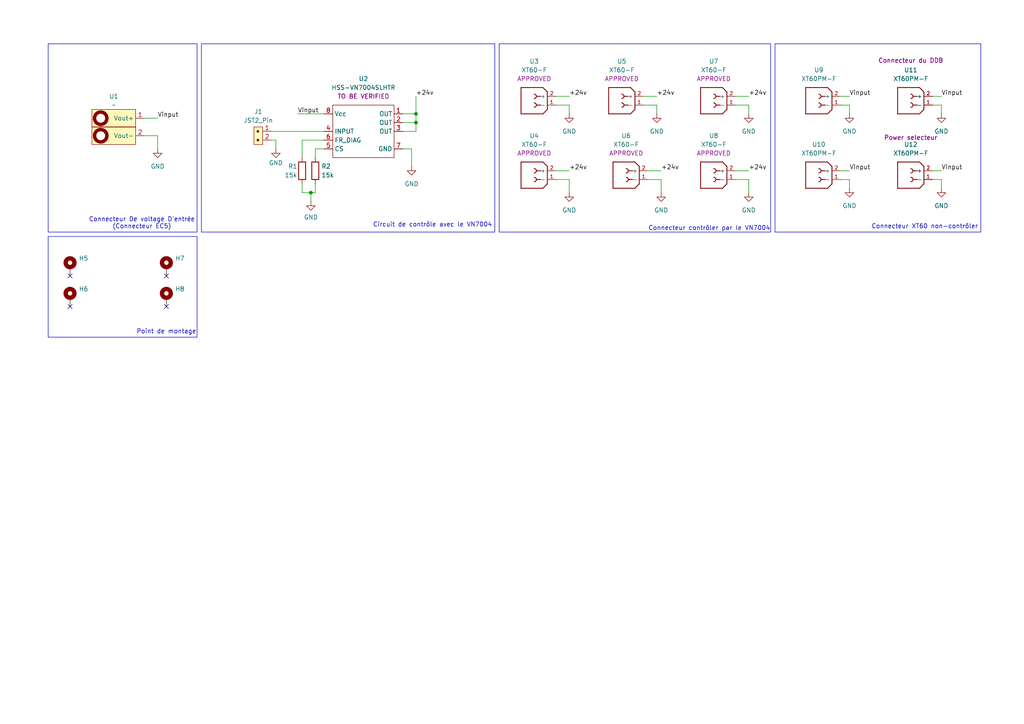
<source format=kicad_sch>
(kicad_sch (version 20231120) (generator "eeschema") (generator_version "8.0")
  (paper "A4")
  (title_block (title "${PROJECTNAME}") (date "2025-02-08") (rev "${REVISION}") (company "${GROUP_NAME}") (comment 1 "${AUTHOR}"))
  (lib_symbols
    (symbol "Device:R" (pin_numbers hide) (pin_names (offset 0))
      (property "Reference" "R" (at 2.032 0 90))
      (property "Value" "R" (at 0 0 90))
      (symbol "R_0_1"
        (rectangle (start -1.016 -2.54) (end 1.016 2.54) (stroke (width 0.254)))
      )
      (symbol "R_1_1"
        (pin passive line (at 0 3.81 270) (length 1.27) (name "~") (number "1"))
        (pin passive line (at 0 -3.81 90) (length 1.27) (name "~") (number "2"))
      )
    )
    (symbol "RoverLibrary:CONN-JST-XH-B2B"
      (property "Reference" "J" (at 0 0 0))
      (property "Value" "JST2_Pin" (at 1.016 -11.43 0))
      (symbol "CONN-JST-XH-B2B_1_1"
        (rectangle (start -1.905 -1.905) (end 0.635 -6.985) (fill (type background)))
        (rectangle (start -0.508 -5.461) (end -1.016 -5.969) (fill (type outline)))
        (rectangle (start -0.508 -2.921) (end -1.016 -3.429) (fill (type outline)))
        (pin passive line (at 3.175 -3.175 180) (length 2.54) (name "~") (number "1"))
        (pin passive line (at 3.175 -5.715 180) (length 2.54) (name "~") (number "2"))
      )
    )
    (symbol "RoverLibrary:EC5"
      (property "Reference" "U?" (at 6.604 1.016 0))
      (symbol "EC5_1_1"
        (rectangle (start 0 -5.08) (end 12.7 -10.16) (fill (type color) (color 255 248 185 1)))
        (rectangle (start 0 0) (end 12.7 -5.08) (fill (type color) (color 255 248 185 1)))
        (circle (center 2.54 -7.62) (radius 1.7961) (stroke (width 1)) (fill (type color) (color 255 255 255 1)))
        (circle (center 2.54 -2.54) (radius 1.7961) (stroke (width 1)) (fill (type color) (color 255 255 255 1)))
        (pin output line (at 15.24 -2.54 180) (length 2.54) (name "Vout+") (number "1"))
        (pin output line (at 15.24 -7.62 180) (length 2.54) (name "Vout-") (number "2"))
      )
    )
    (symbol "RoverLibrary:HSS-VN7004SLHTR"
      (property "Reference" "U" (at 0 1.016 0))
      (property "Value" "HSS-VN7004SLHTR " (at 0 -0.508 0))
      (property "STATUS" "TO BE VERIFIED" (at 0 -2.286 0))
      (symbol "HSS-VN7004SLHTR_0_1"
        (rectangle (start -8.89 -3.81) (end 8.89 -19.05))
      )
      (symbol "HSS-VN7004SLHTR_1_1"
        (pin power_out line (at 11.43 -6.35 180) (length 2.54) (name "OUT") (number "1"))
        (pin power_in line (at 11.43 -8.89 180) (length 2.54) (name "OUT") (number "2"))
        (pin power_in line (at 11.43 -11.43 180) (length 2.54) (name "OUT") (number "3"))
        (pin input line (at -11.43 -11.43 0) (length 2.54) (name "INPUT") (number "4"))
        (pin passive line (at -11.43 -16.51 0) (length 2.54) (name "CS") (number "5"))
        (pin passive line (at -11.43 -13.97 0) (length 2.54) (name "FR_DIAG") (number "6"))
        (pin power_in line (at 11.43 -16.51 180) (length 2.54) (name "GND") (number "7"))
        (pin power_in line (at -11.43 -6.35 0) (length 2.54) (name "Vcc") (number "8"))
      )
    )
    (symbol "RoverLibrary:MountingHole_Pad" (pin_numbers hide) (pin_names (offset 1.016) hide) (exclude_from_sim yes) (in_bom no)
      (property "Reference" "H" (at 0 6.35 0))
      (property "Value" "MountingHole_Pad" (at 0 4.445 0))
      (symbol "MountingHole_Pad_0_1"
        (circle (center 0 1.27) (radius 1.27) (stroke (width 1.27)))
      )
      (symbol "MountingHole_Pad_1_1"
        (pin input line (at 0 -2.54 90) (length 2.54) (name "1") (number "1"))
      )
    )
    (symbol "RoverLibrary:XT60-F"
      (property "Reference" "U" (at 0 0 0))
      (property "Value" "XT60-F" (at 0 -1.524 0))
      (property "STATUS" "APPROVED" (at 0 1.778 0))
      (symbol "XT60-F_0_0"
        (polyline (pts (xy -3.81 -10.16) (xy -3.81 -2.54)) (stroke (width 0.254)))
        (polyline (pts (xy -3.81 -2.54) (xy 2.54 -2.54)) (stroke (width 0.254)))
        (polyline (pts (xy 1.9077 -7.62) (xy 0.6377 -7.62)) (stroke (width 0.254)))
        (polyline (pts (xy 1.9077 -5.08) (xy 0.6377 -5.08)) (stroke (width 0.254)))
        (polyline (pts (xy 2.54 -10.16) (xy -3.81 -10.16)) (stroke (width 0.254)))
        (polyline (pts (xy 3.81 -8.89) (xy 2.54 -10.16)) (stroke (width 0.254)))
        (polyline (pts (xy 3.81 -5.08) (xy 3.81 -8.89)) (stroke (width 0.254)))
        (polyline (pts (xy 3.81 -3.81) (xy 2.54 -2.54)) (stroke (width 0.254)))
        (polyline (pts (xy 3.81 -3.81) (xy 3.81 -5.08)) (stroke (width 0.254)))
        (arc (start 0.0027 -8.255) (mid 0.635 -7.62) (end 0.0027 -6.985) (stroke (width 0.254)))
        (arc (start 0.0027 -5.715) (mid 0.635 -5.08) (end 0.0027 -4.445) (stroke (width 0.254)))
      )
      (symbol "XT60-F_1_0"
        (pin power_in line (at 6.35 -7.62 180) (length 2.54) (name "-") (number "1"))
        (pin power_in line (at 6.35 -5.08 180) (length 2.54) (name "+") (number "2"))
      )
    )
    (symbol "RoverLibrary:XT60PW-F"
      (property "Reference" "U" (at 0 0 0))
      (property "Value" "XT60PM-F" (at 0 -1.524 0))
      (symbol "XT60PW-F_0_0"
        (polyline (pts (xy -3.81 -10.16) (xy -3.81 -2.54)) (stroke (width 0.254)))
        (polyline (pts (xy -3.81 -2.54) (xy 2.54 -2.54)) (stroke (width 0.254)))
        (polyline (pts (xy 1.9077 -7.62) (xy 0.6377 -7.62)) (stroke (width 0.254)))
        (polyline (pts (xy 1.9077 -5.08) (xy 0.6377 -5.08)) (stroke (width 0.254)))
        (polyline (pts (xy 2.54 -10.16) (xy -3.81 -10.16)) (stroke (width 0.254)))
        (polyline (pts (xy 3.81 -8.89) (xy 2.54 -10.16)) (stroke (width 0.254)))
        (polyline (pts (xy 3.81 -5.08) (xy 3.81 -8.89)) (stroke (width 0.254)))
        (polyline (pts (xy 3.81 -3.81) (xy 2.54 -2.54)) (stroke (width 0.254)))
        (polyline (pts (xy 3.81 -3.81) (xy 3.81 -5.08)) (stroke (width 0.254)))
        (arc (start 0.0027 -8.255) (mid 0.635 -7.62) (end 0.0027 -6.985) (stroke (width 0.254)))
        (arc (start 0.0027 -5.715) (mid 0.635 -5.08) (end 0.0027 -4.445) (stroke (width 0.254)))
      )
      (symbol "XT60PW-F_1_0"
        (pin power_in line (at 6.35 -7.62 180) (length 2.54) (name "-") (number "1"))
        (pin power_in line (at 6.35 -5.08 180) (length 2.54) (name "+") (number "2"))
      )
    )
    (symbol "power:GND" (power) (pin_numbers hide) (pin_names (offset 0) hide)
      (property "Value" "GND" (at 0 -3.81 0))
      (symbol "GND_0_1"
        (polyline (pts (xy 0 0) (xy 0 -1.27) (xy 1.27 -1.27) (xy 0 -2.54) (xy -1.27 -1.27) (xy 0 -1.27)))
      )
      (symbol "GND_1_1"
        (pin power_in line (at 0 0 270) (length 0) (name "~") (number "1"))
      )
    )
  )
  (junction (at 90.17 55.88))
  (junction (at 120.65 33.02))
  (junction (at 120.65 35.56))
  (no_connect (at 48.26 88.9))
  (no_connect (at 20.32 80.01))
  (no_connect (at 20.32 88.9))
  (no_connect (at 48.26 80.01))
  (wire (pts (xy 217.17 27.94) (xy 213.36 27.94)))
  (wire (pts (xy 273.05 30.48) (xy 270.51 30.48)))
  (wire (pts (xy 91.44 43.18) (xy 93.98 43.18)))
  (wire (pts (xy 213.36 30.48) (xy 217.17 30.48)))
  (wire (pts (xy 120.65 33.02) (xy 120.65 35.56)))
  (wire (pts (xy 246.38 54.61) (xy 246.38 52.07)))
  (wire (pts (xy 120.65 35.56) (xy 120.65 38.1)))
  (wire (pts (xy 78.74 38.1) (xy 93.98 38.1)))
  (wire (pts (xy 86.36 33.02) (xy 93.98 33.02)))
  (wire (pts (xy 165.1 30.48) (xy 165.1 33.02)))
  (wire (pts (xy 186.69 30.48) (xy 190.5 30.48)))
  (wire (pts (xy 87.63 40.64) (xy 93.98 40.64)))
  (wire (pts (xy 217.17 30.48) (xy 217.17 33.02)))
  (wire (pts (xy 246.38 49.53) (xy 243.84 49.53)))
  (wire (pts (xy 217.17 52.07) (xy 217.17 55.88)))
  (wire (pts (xy 116.84 33.02) (xy 120.65 33.02)))
  (wire (pts (xy 246.38 33.02) (xy 246.38 30.48)))
  (wire (pts (xy 116.84 38.1) (xy 120.65 38.1)))
  (wire (pts (xy 273.05 52.07) (xy 270.51 52.07)))
  (wire (pts (xy 246.38 52.07) (xy 243.84 52.07)))
  (wire (pts (xy 80.01 40.64) (xy 78.74 40.64)))
  (wire (pts (xy 91.44 45.72) (xy 91.44 43.18)))
  (wire (pts (xy 190.5 27.94) (xy 186.69 27.94)))
  (wire (pts (xy 273.05 27.94) (xy 270.51 27.94)))
  (wire (pts (xy 273.05 54.61) (xy 273.05 52.07)))
  (wire (pts (xy 116.84 35.56) (xy 120.65 35.56)))
  (wire (pts (xy 119.38 43.18) (xy 119.38 48.26)))
  (wire (pts (xy 165.1 49.53) (xy 161.29 49.53)))
  (wire (pts (xy 191.77 49.53) (xy 187.96 49.53)))
  (wire (pts (xy 273.05 33.02) (xy 273.05 30.48)))
  (wire (pts (xy 91.44 53.34) (xy 91.44 55.88)))
  (wire (pts (xy 120.65 27.94) (xy 120.65 33.02)))
  (wire (pts (xy 116.84 43.18) (xy 119.38 43.18)))
  (wire (pts (xy 41.91 39.37) (xy 45.72 39.37)))
  (wire (pts (xy 161.29 30.48) (xy 165.1 30.48)))
  (wire (pts (xy 87.63 53.34) (xy 87.63 55.88)))
  (wire (pts (xy 246.38 30.48) (xy 243.84 30.48)))
  (wire (pts (xy 87.63 45.72) (xy 87.63 40.64)))
  (wire (pts (xy 213.36 52.07) (xy 217.17 52.07)))
  (wire (pts (xy 190.5 30.48) (xy 190.5 33.02)))
  (wire (pts (xy 273.05 49.53) (xy 270.51 49.53)))
  (wire (pts (xy 80.01 43.18) (xy 80.01 40.64)))
  (wire (pts (xy 187.96 52.07) (xy 191.77 52.07)))
  (wire (pts (xy 91.44 55.88) (xy 90.17 55.88)))
  (wire (pts (xy 165.1 27.94) (xy 161.29 27.94)))
  (wire (pts (xy 246.38 27.94) (xy 243.84 27.94)))
  (wire (pts (xy 45.72 34.29) (xy 41.91 34.29)))
  (wire (pts (xy 45.72 39.37) (xy 45.72 43.18)))
  (wire (pts (xy 165.1 52.07) (xy 165.1 55.88)))
  (wire (pts (xy 90.17 55.88) (xy 90.17 58.42)))
  (wire (pts (xy 161.29 52.07) (xy 165.1 52.07)))
  (wire (pts (xy 90.17 55.88) (xy 87.63 55.88)))
  (wire (pts (xy 217.17 49.53) (xy 213.36 49.53)))
  (wire (pts (xy 191.77 52.07) (xy 191.77 55.88)))
  (rectangle (start 144.78 12.7) (end 223.52 67.31))
  (rectangle (start 58.42 12.7) (end 143.51 67.31))
  (rectangle (start 13.97 12.7) (end 57.15 67.31))
  (rectangle (start 224.79 12.7) (end 284.48 67.31))
  (rectangle (start 13.97 68.58) (end 57.15 97.79))
  (text "Connecteur XT60 non-contrôler" (at 268.224 65.786 0) (effects (font (size 1.27 1.27))))
  (text "Connecteur contrôler par le VN7004" (at 205.74 66.294 0) (effects (font (size 1.27 1.27))))
  (text "Connecteur De voltage D'entrée\n(Connecteur EC5)\n" (at 41.148 64.77 0) (effects (font (size 1.27 1.27))))
  (text "Circuit de contrôle avec le VN7004" (at 125.476 65.278 0) (effects (font (size 1.27 1.27))))
  (text "Point de montage" (at 48.26 96.266 0) (effects (font (size 1.27 1.27))))
  (label "+24v" (at 217.17 49.53 0))
  (label "Vinput" (at 246.38 49.53 0))
  (label "Vinput" (at 246.38 27.94 0))
  (label "+24v" (at 191.77 49.53 0))
  (label "+24v" (at 120.65 27.94 0))
  (label "+24v" (at 165.1 27.94 0))
  (label "+24v" (at 217.17 27.94 0))
  (label "+24v" (at 165.1 49.53 0))
  (label "Vinput" (at 45.72 34.29 0))
  (label "Vinput" (at 273.05 49.53 0))
  (label "Vinput" (at 273.05 27.94 0))
  (label "+24v" (at 190.5 27.94 0))
  (label "Vinput" (at 86.36 33.02 0))
  (symbol (lib_id "RoverLibrary:MountingHole_Pad") (at 48.26 77.47 0) (unit 1) (exclude_from_sim yes) (in_bom no)
    (property "Reference" "H7" (at 50.8 74.9299 0) (effects (justify left)))
    (property "Value" "MountingHole_Pad" (effects (hide yes)))
    (property "Footprint" "MountingHole:MountingHole_3.2mm_M3_DIN965_Pad_TopBottom" (effects (hide yes)))
    (property "Description" "Mounting Hole with connection" (effects (hide yes)))
  )
  (symbol (lib_id "Device:R") (at 87.63 49.53 0) (unit 1)
    (property "Reference" "R1" (at 83.566 48.26 0) (effects (justify left)))
    (property "Value" "15k" (at 82.55 50.8 0) (effects (justify left)))
    (property "Description" "Resistor" (effects (hide yes)))
  )
  (symbol (lib_id "power:GND") (at 246.38 54.61 0) (unit 1)
    (property "Reference" "#PWR016" (effects (hide yes)))
    (property "Value" "GND" (at 246.38 59.69 0))
    (property "Description" "Power symbol creates a global label with name \"GND\" , ground" (effects (hide yes)))
  )
  (symbol (lib_id "power:GND") (at 191.77 55.88 0) (unit 1)
    (property "Reference" "#PWR012" (effects (hide yes)))
    (property "Value" "GND" (at 191.77 60.96 0))
    (property "Description" "Power symbol creates a global label with name \"GND\" , ground" (effects (hide yes)))
  )
  (symbol (lib_id "RoverLibrary:MountingHole_Pad") (at 20.32 86.36 0) (unit 1) (exclude_from_sim yes) (in_bom no)
    (property "Reference" "H6" (at 22.86 83.8199 0) (effects (justify left)))
    (property "Value" "MountingHole_Pad" (effects (hide yes)))
    (property "Footprint" "MountingHole:MountingHole_3.2mm_M3_DIN965_Pad_TopBottom" (effects (hide yes)))
    (property "Description" "Mounting Hole with connection" (effects (hide yes)))
  )
  (symbol (lib_id "Device:R") (at 91.44 49.53 0) (unit 1)
    (property "Reference" "R2" (at 93.218 48.26 0) (effects (justify left)))
    (property "Value" "15k" (at 93.218 50.8 0) (effects (justify left)))
    (property "Description" "Resistor" (effects (hide yes)))
  )
  (symbol (lib_id "RoverLibrary:EC5") (at 26.67 31.75 0) (unit 1)
    (property "Reference" "U1" (at 33.02 27.94 0))
    (property "Value" "~" (at 33.02 30.48 0))
    (property "Footprint" "RoverFootprint:EC5" (effects (hide yes)))
  )
  (symbol (lib_id "power:GND") (at 80.01 43.18 0) (unit 1)
    (property "Reference" "#PWR06" (effects (hide yes)))
    (property "Value" "GND" (at 80.01 47.244 0))
    (property "Description" "Power symbol creates a global label with name \"GND\" , ground" (effects (hide yes)))
  )
  (symbol (lib_id "power:GND") (at 165.1 33.02 0) (unit 1)
    (property "Reference" "#PWR09" (effects (hide yes)))
    (property "Value" "GND" (at 165.1 38.1 0))
    (property "Description" "Power symbol creates a global label with name \"GND\" , ground" (effects (hide yes)))
  )
  (symbol (lib_id "RoverLibrary:CONN-JST-XH-B2B") (at 75.565 34.925 0) (unit 1)
    (property "Reference" "J1" (at 74.93 32.385 0))
    (property "Value" "JST2_Pin" (at 74.93 34.925 0))
    (property "Footprint" "RoverFootprint:2-pins-JST_XH_B2B-XH-A_1x02_P2.50mm_Vertical" (effects (hide yes)))
  )
  (symbol (lib_id "RoverLibrary:XT60-F") (at 180.34 22.86 0) (unit 1)
    (property "Reference" "U5" (at 180.34 17.78 0))
    (property "Value" "XT60-F" (at 180.34 20.32 0))
    (property "Footprint" "RoverFootprint:AMASS_XT60-F_1x02_P7.20mm_Vertical" (effects (hide yes)))
    (property "STATUS" "APPROVED" (at 180.34 22.86 0))
  )
  (symbol (lib_id "RoverLibrary:MountingHole_Pad") (at 48.26 86.36 0) (unit 1) (exclude_from_sim yes) (in_bom no)
    (property "Reference" "H8" (at 50.8 83.8199 0) (effects (justify left)))
    (property "Value" "MountingHole_Pad" (effects (hide yes)))
    (property "Footprint" "MountingHole:MountingHole_3.2mm_M3_DIN965_Pad_TopBottom" (effects (hide yes)))
    (property "Description" "Mounting Hole with connection" (effects (hide yes)))
  )
  (symbol (lib_id "RoverLibrary:XT60-F") (at 154.94 44.45 0) (unit 1)
    (property "Reference" "U4" (at 154.94 39.37 0))
    (property "Value" "XT60-F" (at 154.94 41.91 0))
    (property "Footprint" "RoverFootprint:AMASS_XT60-F_1x02_P7.20mm_Vertical" (effects (hide yes)))
    (property "STATUS" "APPROVED" (at 154.94 44.45 0))
  )
  (symbol (lib_id "power:GND") (at 217.17 55.88 0) (unit 1)
    (property "Reference" "#PWR014" (effects (hide yes)))
    (property "Value" "GND" (at 217.17 60.96 0))
    (property "Description" "Power symbol creates a global label with name \"GND\" , ground" (effects (hide yes)))
  )
  (symbol (lib_id "power:GND") (at 165.1 55.88 0) (unit 1)
    (property "Reference" "#PWR010" (effects (hide yes)))
    (property "Value" "GND" (at 165.1 60.96 0))
    (property "Description" "Power symbol creates a global label with name \"GND\" , ground" (effects (hide yes)))
  )
  (symbol (lib_id "power:GND") (at 246.38 33.02 0) (unit 1)
    (property "Reference" "#PWR015" (effects (hide yes)))
    (property "Value" "GND" (at 246.38 38.1 0))
    (property "Description" "Power symbol creates a global label with name \"GND\" , ground" (effects (hide yes)))
  )
  (symbol (lib_id "power:GND") (at 273.05 33.02 0) (unit 1)
    (property "Reference" "#PWR017" (effects (hide yes)))
    (property "Value" "GND" (at 273.05 38.1 0))
    (property "Description" "Power symbol creates a global label with name \"GND\" , ground" (effects (hide yes)))
  )
  (symbol (lib_id "RoverLibrary:XT60PW-F") (at 264.16 22.86 0) (unit 1)
    (property "Reference" "U11" (at 264.16 20.32 0))
    (property "Value" "XT60PM-F" (at 264.16 22.86 0))
    (property "Footprint" "RoverFootprint:AMASS_XT60PW-F_1x02_P7.20mm_Horizontal" (effects (hide yes)))
    (property "Description" "Connecteur du DDB" (at 264.16 17.526 0))
  )
  (symbol (lib_id "RoverLibrary:XT60-F") (at 207.01 22.86 0) (unit 1)
    (property "Reference" "U7" (at 207.01 17.78 0))
    (property "Value" "XT60-F" (at 207.01 20.32 0))
    (property "Footprint" "RoverFootprint:AMASS_XT60-F_1x02_P7.20mm_Vertical" (effects (hide yes)))
    (property "STATUS" "APPROVED" (at 207.01 22.86 0))
  )
  (symbol (lib_id "RoverLibrary:XT60-F") (at 154.94 22.86 0) (unit 1)
    (property "Reference" "U3" (at 154.94 17.78 0))
    (property "Value" "XT60-F" (at 154.94 20.32 0))
    (property "Footprint" "RoverFootprint:AMASS_XT60-F_1x02_P7.20mm_Vertical" (effects (hide yes)))
    (property "STATUS" "APPROVED" (at 154.94 22.86 0))
  )
  (symbol (lib_id "RoverLibrary:XT60PW-F") (at 264.16 44.45 0) (unit 1)
    (property "Reference" "U12" (at 264.16 41.91 0))
    (property "Value" "XT60PM-F" (at 264.16 44.45 0))
    (property "Footprint" "RoverFootprint:AMASS_XT60PW-F_1x02_P7.20mm_Horizontal" (effects (hide yes)))
    (property "Description" "Power selecteur" (at 264.16 39.878 0))
  )
  (symbol (lib_id "power:GND") (at 190.5 33.02 0) (unit 1)
    (property "Reference" "#PWR011" (effects (hide yes)))
    (property "Value" "GND" (at 190.5 38.1 0))
    (property "Description" "Power symbol creates a global label with name \"GND\" , ground" (effects (hide yes)))
  )
  (symbol (lib_id "RoverLibrary:XT60PW-F") (at 237.49 44.45 0) (unit 1)
    (property "Reference" "U10" (at 237.49 41.91 0))
    (property "Value" "XT60PM-F" (at 237.49 44.45 0))
    (property "Footprint" "RoverFootprint:AMASS_XT60PW-F_1x02_P7.20mm_Horizontal" (effects (hide yes)))
  )
  (symbol (lib_id "power:GND") (at 273.05 54.61 0) (unit 1)
    (property "Reference" "#PWR018" (effects (hide yes)))
    (property "Value" "GND" (at 273.05 59.69 0))
    (property "Description" "Power symbol creates a global label with name \"GND\" , ground" (effects (hide yes)))
  )
  (symbol (lib_id "RoverLibrary:XT60PW-F") (at 237.49 22.86 0) (unit 1)
    (property "Reference" "U9" (at 237.49 20.32 0))
    (property "Value" "XT60PM-F" (at 237.49 22.86 0))
    (property "Footprint" "RoverFootprint:AMASS_XT60PW-F_1x02_P7.20mm_Horizontal" (effects (hide yes)))
  )
  (symbol (lib_id "power:GND") (at 90.17 58.42 0) (unit 1)
    (property "Reference" "#PWR07" (effects (hide yes)))
    (property "Value" "GND" (at 90.17 62.992 0))
    (property "Description" "Power symbol creates a global label with name \"GND\" , ground" (effects (hide yes)))
  )
  (symbol (lib_id "RoverLibrary:HSS-VN7004SLHTR") (at 105.41 26.67 0) (unit 1)
    (property "Reference" "U2" (at 105.41 22.86 0))
    (property "Value" "HSS-VN7004SLHTR" (at 105.41 25.4 0))
    (property "Footprint" "RoverFootprint:OCTAPACK_VN7004_STM-M" (effects (hide yes)))
    (property "STATUS" "TO BE VERIFIED" (at 105.41 27.94 0))
  )
  (symbol (lib_id "RoverLibrary:XT60-F") (at 181.61 44.45 0) (unit 1)
    (property "Reference" "U6" (at 181.61 39.37 0))
    (property "Value" "XT60-F" (at 181.61 41.91 0))
    (property "Footprint" "RoverFootprint:AMASS_XT60-F_1x02_P7.20mm_Vertical" (effects (hide yes)))
    (property "STATUS" "APPROVED" (at 181.61 44.45 0))
  )
  (symbol (lib_id "RoverLibrary:MountingHole_Pad") (at 20.32 77.47 0) (unit 1) (exclude_from_sim yes) (in_bom no)
    (property "Reference" "H5" (at 22.86 74.9299 0) (effects (justify left)))
    (property "Value" "MountingHole_Pad" (effects (hide yes)))
    (property "Footprint" "MountingHole:MountingHole_3.2mm_M3_DIN965_Pad_TopBottom" (effects (hide yes)))
    (property "Description" "Mounting Hole with connection" (effects (hide yes)))
  )
  (symbol (lib_id "power:GND") (at 217.17 33.02 0) (unit 1)
    (property "Reference" "#PWR013" (effects (hide yes)))
    (property "Value" "GND" (at 217.17 38.1 0))
    (property "Description" "Power symbol creates a global label with name \"GND\" , ground" (effects (hide yes)))
  )
  (symbol (lib_id "RoverLibrary:XT60-F") (at 207.01 44.45 0) (unit 1)
    (property "Reference" "U8" (at 207.01 39.37 0))
    (property "Value" "XT60-F" (at 207.01 41.91 0))
    (property "Footprint" "RoverFootprint:AMASS_XT60-F_1x02_P7.20mm_Vertical" (effects (hide yes)))
    (property "STATUS" "APPROVED" (at 207.01 44.45 0))
  )
  (symbol (lib_id "power:GND") (at 45.72 43.18 0) (unit 1)
    (property "Reference" "#PWR05" (effects (hide yes)))
    (property "Value" "GND" (at 45.72 48.26 0))
    (property "Description" "Power symbol creates a global label with name \"GND\" , ground" (effects (hide yes)))
  )
  (symbol (lib_id "power:GND") (at 119.38 48.26 0) (unit 1)
    (property "Reference" "#PWR08" (effects (hide yes)))
    (property "Value" "GND" (at 119.38 53.34 0))
    (property "Description" "Power symbol creates a global label with name \"GND\" , ground" (effects (hide yes)))
  )
)
</source>
